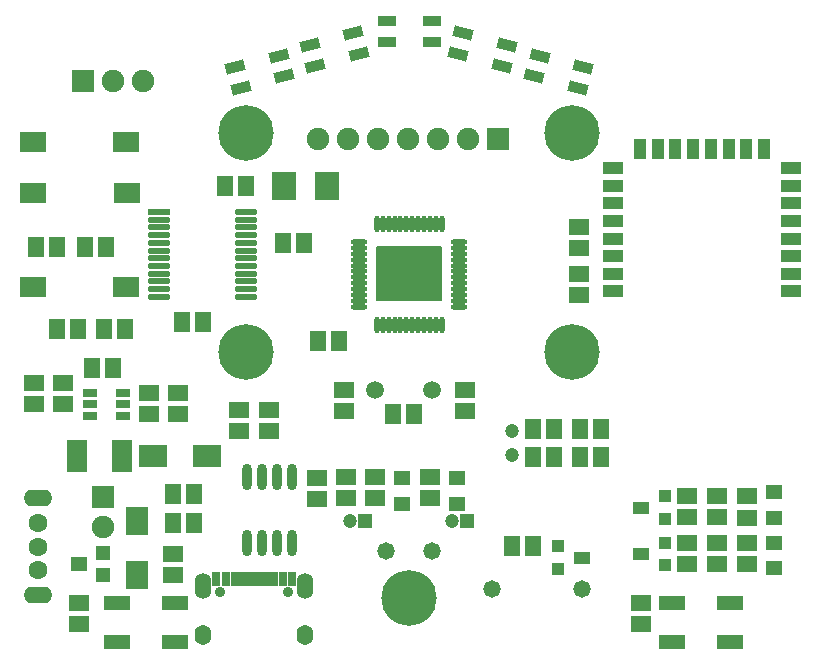
<source format=gts>
G04*
G04 #@! TF.GenerationSoftware,Altium Limited,Altium Designer,18.1.9 (240)*
G04*
G04 Layer_Color=8388736*
%FSLAX25Y25*%
%MOIN*%
G70*
G01*
G75*
%ADD13C,0.00787*%
%ADD46R,0.05367X0.06587*%
%ADD47R,0.08300X0.09800*%
%ADD48O,0.01981X0.05524*%
%ADD49O,0.05524X0.01981*%
%ADD50R,0.08674X0.04737*%
%ADD51R,0.06587X0.05367*%
%ADD52O,0.03200X0.08800*%
%ADD53R,0.05800X0.04800*%
%ADD54R,0.04800X0.04800*%
%ADD55R,0.06706X0.10642*%
%ADD56R,0.04737X0.02572*%
%ADD57R,0.07690X0.09461*%
%ADD58R,0.09461X0.07690*%
%ADD59R,0.03162X0.05131*%
%ADD60R,0.01981X0.05131*%
%ADD61R,0.08674X0.06706*%
%ADD62O,0.07493X0.02178*%
%ADD63R,0.07493X0.02178*%
%ADD64R,0.04400X0.04400*%
%ADD65R,0.05800X0.04400*%
G04:AMPARAMS|DCode=66|XSize=35.56mil|YSize=64.81mil|CornerRadius=0mil|HoleSize=0mil|Usage=FLASHONLY|Rotation=75.000|XOffset=0mil|YOffset=0mil|HoleType=Round|Shape=Rectangle|*
%AMROTATEDRECTD66*
4,1,4,0.02670,-0.02556,-0.03590,-0.00879,-0.02670,0.02556,0.03590,0.00879,0.02670,-0.02556,0.0*
%
%ADD66ROTATEDRECTD66*%

%ADD67R,0.07099X0.03950*%
%ADD68R,0.03950X0.07099*%
G04:AMPARAMS|DCode=69|XSize=35.56mil|YSize=64.81mil|CornerRadius=0mil|HoleSize=0mil|Usage=FLASHONLY|Rotation=105.000|XOffset=0mil|YOffset=0mil|HoleType=Round|Shape=Rectangle|*
%AMROTATEDRECTD69*
4,1,4,0.03590,-0.00879,-0.02670,-0.02556,-0.03590,0.00879,0.02670,0.02556,0.03590,-0.00879,0.0*
%
%ADD69ROTATEDRECTD69*%

%ADD70R,0.06481X0.03556*%
%ADD71C,0.05800*%
%ADD72R,0.04737X0.04737*%
%ADD73C,0.04737*%
%ADD74C,0.04737*%
%ADD75R,0.07493X0.07493*%
%ADD76C,0.07493*%
%ADD77C,0.05918*%
%ADD78O,0.09461X0.05524*%
%ADD79C,0.06312*%
%ADD80C,0.18517*%
%ADD81O,0.05524X0.06706*%
%ADD82O,0.05524X0.08674*%
%ADD83C,0.03556*%
G36*
X101811Y136614D02*
X123031D01*
Y119134D01*
X122992Y119095D01*
X101772D01*
Y136614D01*
X101772Y136614D01*
Y136653D01*
X101811Y136614D01*
D02*
G37*
D13*
X123031Y136653D02*
X123031Y119095D01*
X101732Y119095D02*
X122992Y119095D01*
X101772Y136653D02*
X101772Y119095D01*
X101772Y136614D02*
X123031Y136614D01*
D46*
X169528Y66732D02*
D03*
X176535D02*
D03*
Y76181D02*
D03*
X169528D02*
D03*
X89331Y105512D02*
D03*
X82323D02*
D03*
X13779Y96456D02*
D03*
X6771Y96456D02*
D03*
X33858Y44685D02*
D03*
X40866D02*
D03*
X107273Y81084D02*
D03*
X114281D02*
D03*
X40866Y54527D02*
D03*
X33858D02*
D03*
X-4764Y136811D02*
D03*
X-11772D02*
D03*
X11529D02*
D03*
X4521D02*
D03*
X17913Y109449D02*
D03*
X10905D02*
D03*
X-4947Y109449D02*
D03*
X2061D02*
D03*
X43944Y111811D02*
D03*
X36936D02*
D03*
X77500Y138090D02*
D03*
X70492D02*
D03*
X51063Y157000D02*
D03*
X58071D02*
D03*
X146772Y36910D02*
D03*
X153779D02*
D03*
X160827Y76181D02*
D03*
X153819D02*
D03*
X160787Y66732D02*
D03*
X153779Y66732D02*
D03*
D47*
X85159Y157000D02*
D03*
X70986D02*
D03*
D48*
X101772Y110827D02*
D03*
X103740D02*
D03*
X105709D02*
D03*
X107677Y110827D02*
D03*
X109646Y110827D02*
D03*
X111614D02*
D03*
X113583D02*
D03*
X115551D02*
D03*
X117520Y110827D02*
D03*
X119488D02*
D03*
X121457D02*
D03*
X123425Y110827D02*
D03*
Y144291D02*
D03*
X121457Y144291D02*
D03*
X119488D02*
D03*
X117520D02*
D03*
X115551Y144291D02*
D03*
X113583D02*
D03*
X111614D02*
D03*
X109646D02*
D03*
X107677Y144291D02*
D03*
X105709Y144291D02*
D03*
X103740D02*
D03*
X101772D02*
D03*
D49*
X129331Y116732D02*
D03*
Y118701D02*
D03*
Y120669D02*
D03*
X129331Y122638D02*
D03*
Y124606D02*
D03*
Y126575D02*
D03*
Y128543D02*
D03*
Y130512D02*
D03*
Y132480D02*
D03*
Y134449D02*
D03*
Y136417D02*
D03*
Y138386D02*
D03*
X95866D02*
D03*
Y136417D02*
D03*
Y134449D02*
D03*
Y132480D02*
D03*
Y130512D02*
D03*
Y128543D02*
D03*
Y126575D02*
D03*
Y124606D02*
D03*
Y122638D02*
D03*
X95866Y120669D02*
D03*
Y118701D02*
D03*
Y116732D02*
D03*
D50*
X34442Y5022D02*
D03*
Y18014D02*
D03*
X15151D02*
D03*
Y5022D02*
D03*
X219567Y5079D02*
D03*
Y18071D02*
D03*
X200275D02*
D03*
Y5079D02*
D03*
D51*
X2655Y18014D02*
D03*
Y11006D02*
D03*
X-12402Y91260D02*
D03*
Y84252D02*
D03*
X-2756Y84252D02*
D03*
Y91260D02*
D03*
X25787Y87992D02*
D03*
Y80984D02*
D03*
X55905Y75236D02*
D03*
Y82244D02*
D03*
X65748Y75236D02*
D03*
Y82244D02*
D03*
X90699Y81942D02*
D03*
Y88950D02*
D03*
X81929Y52834D02*
D03*
Y59842D02*
D03*
X91575Y52886D02*
D03*
Y59893D02*
D03*
X131250Y81942D02*
D03*
Y88950D02*
D03*
X33838Y34350D02*
D03*
Y27342D02*
D03*
X35394Y80984D02*
D03*
Y87992D02*
D03*
X101230Y52894D02*
D03*
Y59902D02*
D03*
X119556D02*
D03*
Y52894D02*
D03*
X225079Y53543D02*
D03*
Y46535D02*
D03*
X169291Y127756D02*
D03*
Y120748D02*
D03*
X169291Y143268D02*
D03*
Y136260D02*
D03*
X189842Y18071D02*
D03*
Y11063D02*
D03*
X205260Y46662D02*
D03*
Y53670D02*
D03*
X215102Y46662D02*
D03*
Y53670D02*
D03*
X205197Y38189D02*
D03*
Y31181D02*
D03*
X215039Y38189D02*
D03*
Y31181D02*
D03*
X225079Y38189D02*
D03*
Y31181D02*
D03*
D52*
X68484Y37893D02*
D03*
X58484D02*
D03*
X63484D02*
D03*
X73484Y37893D02*
D03*
X58484Y59893D02*
D03*
X63484D02*
D03*
X68484D02*
D03*
X73484D02*
D03*
D53*
X2630Y31042D02*
D03*
X110256Y59645D02*
D03*
Y51145D02*
D03*
X128583Y59645D02*
D03*
Y51145D02*
D03*
X234331Y46535D02*
D03*
Y55035D02*
D03*
Y38189D02*
D03*
Y29689D02*
D03*
D54*
X10630Y27342D02*
D03*
Y34842D02*
D03*
D55*
X16929Y67126D02*
D03*
X1969Y67126D02*
D03*
D56*
X17114Y80511D02*
D03*
Y84252D02*
D03*
X17114Y87992D02*
D03*
X6114Y87992D02*
D03*
X6114Y84252D02*
D03*
X6114Y80511D02*
D03*
D57*
X21850Y45472D02*
D03*
Y27362D02*
D03*
D58*
X45276Y67126D02*
D03*
X27165D02*
D03*
D59*
X73523Y25984D02*
D03*
X70374D02*
D03*
X51476D02*
D03*
X48327D02*
D03*
D60*
X67815D02*
D03*
X65846D02*
D03*
X63878D02*
D03*
X61909D02*
D03*
X59941D02*
D03*
X57972D02*
D03*
X56004D02*
D03*
X54035D02*
D03*
D61*
X-12976Y123347D02*
D03*
X18256Y123425D02*
D03*
X-12976Y171575D02*
D03*
X18256Y171653D02*
D03*
X-12795Y154724D02*
D03*
X18436Y154803D02*
D03*
D62*
X58017Y120177D02*
D03*
Y122736D02*
D03*
X29277Y120177D02*
D03*
Y122736D02*
D03*
Y145767D02*
D03*
Y143208D02*
D03*
Y140649D02*
D03*
Y138090D02*
D03*
Y135531D02*
D03*
Y132972D02*
D03*
Y130413D02*
D03*
Y127854D02*
D03*
Y125295D02*
D03*
X58017Y148327D02*
D03*
Y145767D02*
D03*
Y143208D02*
D03*
Y140649D02*
D03*
Y138090D02*
D03*
Y135531D02*
D03*
Y132972D02*
D03*
Y130413D02*
D03*
Y127854D02*
D03*
Y125295D02*
D03*
D63*
X29277Y148327D02*
D03*
D64*
X197843Y30649D02*
D03*
Y38149D02*
D03*
X162236Y36910D02*
D03*
Y29410D02*
D03*
X197843Y46042D02*
D03*
Y53541D02*
D03*
D65*
X189842Y34449D02*
D03*
X170236Y33110D02*
D03*
X189842Y49841D02*
D03*
D66*
X154259Y193604D02*
D03*
X156093Y200449D02*
D03*
X168797Y189708D02*
D03*
X170631Y196553D02*
D03*
X145198Y204034D02*
D03*
X143364Y197189D02*
D03*
X130660Y207929D02*
D03*
X128826Y201084D02*
D03*
D67*
X239725Y122165D02*
D03*
X239725Y127677D02*
D03*
X239725Y133582D02*
D03*
X239725Y139488D02*
D03*
X239725Y145393D02*
D03*
X239725Y151299D02*
D03*
Y157204D02*
D03*
X239725Y163110D02*
D03*
X180394Y122165D02*
D03*
X180394Y127677D02*
D03*
Y133582D02*
D03*
X180394Y139488D02*
D03*
X180394Y145394D02*
D03*
X180394Y151299D02*
D03*
X180394Y157205D02*
D03*
X180434Y163110D02*
D03*
D68*
X230828Y169252D02*
D03*
X224922Y169252D02*
D03*
X219017Y169252D02*
D03*
X201300Y169252D02*
D03*
X207206Y169252D02*
D03*
X213111Y169252D02*
D03*
X195395Y169252D02*
D03*
X189489Y169252D02*
D03*
D69*
X69151Y200449D02*
D03*
X70986Y193604D02*
D03*
X54613Y196553D02*
D03*
X56447Y189708D02*
D03*
X93954Y207929D02*
D03*
X95789Y201084D02*
D03*
X79416Y204034D02*
D03*
X81250Y197189D02*
D03*
D70*
X120089Y212008D02*
D03*
Y204921D02*
D03*
X105037Y212008D02*
D03*
Y204921D02*
D03*
D71*
X170236Y22835D02*
D03*
X140236D02*
D03*
X120079Y35433D02*
D03*
X104921D02*
D03*
D72*
X97835Y45276D02*
D03*
X131693D02*
D03*
D73*
X92913D02*
D03*
X126771D02*
D03*
D74*
X146732Y67413D02*
D03*
Y75287D02*
D03*
D75*
X3858Y191890D02*
D03*
X142205Y172638D02*
D03*
X10539Y53311D02*
D03*
D76*
X13858Y191890D02*
D03*
X23858D02*
D03*
X132205Y172638D02*
D03*
X122205D02*
D03*
X112205D02*
D03*
X102205D02*
D03*
X92205D02*
D03*
X82205D02*
D03*
X10539Y43311D02*
D03*
D77*
X101258Y88950D02*
D03*
X120156D02*
D03*
D78*
X-11024Y20669D02*
D03*
X-11024Y52952D02*
D03*
D79*
X-11024Y44685D02*
D03*
Y36811D02*
D03*
Y28937D02*
D03*
D80*
X58071Y101575D02*
D03*
X58071Y174803D02*
D03*
X166811Y101575D02*
D03*
X166811Y174803D02*
D03*
X112598Y19685D02*
D03*
D81*
X77953Y7283D02*
D03*
X43898D02*
D03*
D82*
X77953Y23819D02*
D03*
X43898Y23819D02*
D03*
D83*
X72303Y21771D02*
D03*
X49547D02*
D03*
M02*

</source>
